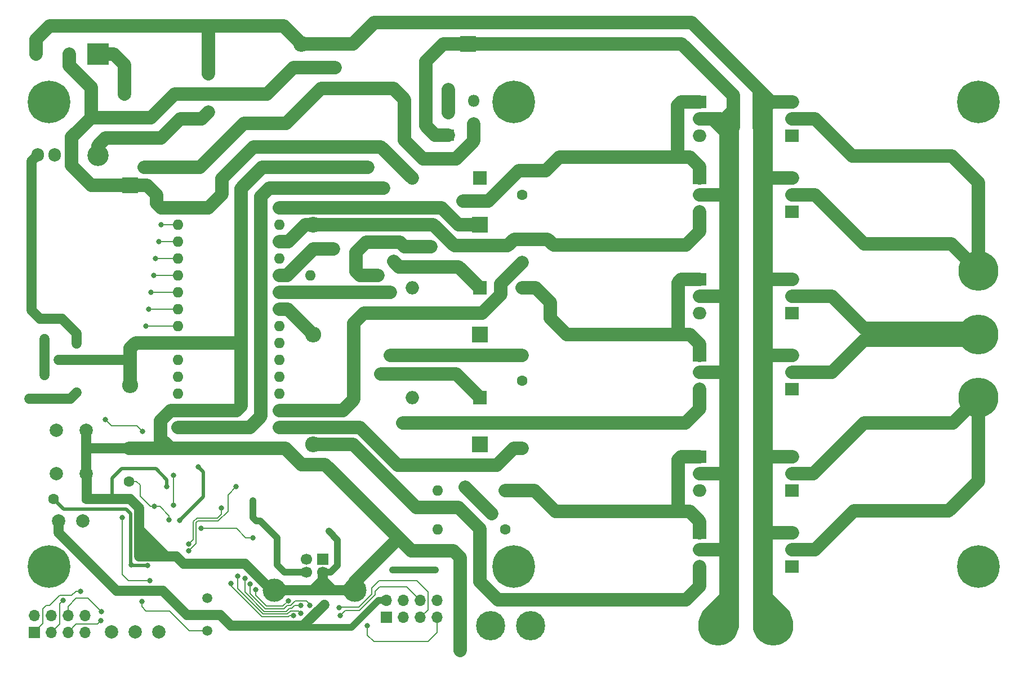
<source format=gbr>
%TF.GenerationSoftware,KiCad,Pcbnew,5.1.9+dfsg1-1+deb11u1*%
%TF.CreationDate,2023-02-15T16:28:34+00:00*%
%TF.ProjectId,bao-board,62616f2d-626f-4617-9264-2e6b69636164,rev?*%
%TF.SameCoordinates,Original*%
%TF.FileFunction,Copper,L2,Bot*%
%TF.FilePolarity,Positive*%
%FSLAX46Y46*%
G04 Gerber Fmt 4.6, Leading zero omitted, Abs format (unit mm)*
G04 Created by KiCad (PCBNEW 5.1.9+dfsg1-1+deb11u1) date 2023-02-15 16:28:34*
%MOMM*%
%LPD*%
G01*
G04 APERTURE LIST*
%TA.AperFunction,ComponentPad*%
%ADD10R,2.400000X2.400000*%
%TD*%
%TA.AperFunction,ComponentPad*%
%ADD11O,2.400000X2.400000*%
%TD*%
%TA.AperFunction,ComponentPad*%
%ADD12O,2.000000X1.905000*%
%TD*%
%TA.AperFunction,ComponentPad*%
%ADD13R,2.000000X1.905000*%
%TD*%
%TA.AperFunction,ComponentPad*%
%ADD14C,1.500000*%
%TD*%
%TA.AperFunction,ComponentPad*%
%ADD15C,2.000000*%
%TD*%
%TA.AperFunction,ComponentPad*%
%ADD16O,1.700000X1.700000*%
%TD*%
%TA.AperFunction,ComponentPad*%
%ADD17R,1.700000X1.700000*%
%TD*%
%TA.AperFunction,ComponentPad*%
%ADD18C,1.600000*%
%TD*%
%TA.AperFunction,ComponentPad*%
%ADD19C,0.800000*%
%TD*%
%TA.AperFunction,ComponentPad*%
%ADD20C,6.400000*%
%TD*%
%TA.AperFunction,ComponentPad*%
%ADD21C,3.500000*%
%TD*%
%TA.AperFunction,ComponentPad*%
%ADD22C,1.700000*%
%TD*%
%TA.AperFunction,ComponentPad*%
%ADD23C,6.000000*%
%TD*%
%TA.AperFunction,ComponentPad*%
%ADD24O,1.600000X1.600000*%
%TD*%
%TA.AperFunction,ComponentPad*%
%ADD25O,2.000000X2.000000*%
%TD*%
%TA.AperFunction,ComponentPad*%
%ADD26R,2.000000X2.000000*%
%TD*%
%TA.AperFunction,ComponentPad*%
%ADD27R,1.600000X1.600000*%
%TD*%
%TA.AperFunction,ComponentPad*%
%ADD28R,3.200000X3.200000*%
%TD*%
%TA.AperFunction,ComponentPad*%
%ADD29O,3.200000X3.200000*%
%TD*%
%TA.AperFunction,ComponentPad*%
%ADD30R,1.800000X1.800000*%
%TD*%
%TA.AperFunction,ComponentPad*%
%ADD31O,1.800000X1.800000*%
%TD*%
%TA.AperFunction,ComponentPad*%
%ADD32C,0.700000*%
%TD*%
%TA.AperFunction,ComponentPad*%
%ADD33C,4.400000*%
%TD*%
%TA.AperFunction,ComponentPad*%
%ADD34R,1.905000X2.000000*%
%TD*%
%TA.AperFunction,ComponentPad*%
%ADD35O,1.905000X2.000000*%
%TD*%
%TA.AperFunction,ViaPad*%
%ADD36C,0.800000*%
%TD*%
%TA.AperFunction,Conductor*%
%ADD37C,2.000000*%
%TD*%
%TA.AperFunction,Conductor*%
%ADD38C,3.000000*%
%TD*%
%TA.AperFunction,Conductor*%
%ADD39C,1.000000*%
%TD*%
%TA.AperFunction,Conductor*%
%ADD40C,1.500000*%
%TD*%
%TA.AperFunction,Conductor*%
%ADD41C,0.500000*%
%TD*%
%TA.AperFunction,Conductor*%
%ADD42C,0.200000*%
%TD*%
G04 APERTURE END LIST*
D10*
%TO.P,C3,1*%
%TO.N,Net-(C3-Pad1)*%
X139065000Y-109855000D03*
D11*
%TO.P,C3,2*%
%TO.N,/W*%
X114065000Y-109855000D03*
%TD*%
D10*
%TO.P,C2,1*%
%TO.N,Net-(C2-Pad1)*%
X139065000Y-93345000D03*
D11*
%TO.P,C2,2*%
%TO.N,/V*%
X114065000Y-93345000D03*
%TD*%
D10*
%TO.P,C1,1*%
%TO.N,Net-(C1-Pad1)*%
X139065000Y-76835000D03*
D11*
%TO.P,C1,2*%
%TO.N,/U*%
X114065000Y-76835000D03*
%TD*%
%TO.P,C10,2*%
%TO.N,GNDPWR*%
X86550000Y-100950000D03*
D10*
%TO.P,C10,1*%
%TO.N,/12v*%
X86550000Y-70950000D03*
%TD*%
D12*
%TO.P,Q12,3*%
%TO.N,GNDPWR*%
X186029600Y-111760000D03*
%TO.P,Q12,2*%
%TO.N,/W*%
X186029600Y-114300000D03*
D13*
%TO.P,Q12,1*%
%TO.N,Net-(Q11-Pad1)*%
X186029600Y-116840000D03*
%TD*%
D12*
%TO.P,Q11,3*%
%TO.N,GNDPWR*%
X186029600Y-123164600D03*
%TO.P,Q11,2*%
%TO.N,/W*%
X186029600Y-125704600D03*
D13*
%TO.P,Q11,1*%
%TO.N,Net-(Q11-Pad1)*%
X186029600Y-128244600D03*
%TD*%
D12*
%TO.P,Q10,3*%
%TO.N,/W*%
X172110400Y-116840000D03*
%TO.P,Q10,2*%
%TO.N,VCC*%
X172110400Y-114300000D03*
D13*
%TO.P,Q10,1*%
%TO.N,Net-(Q10-Pad1)*%
X172110400Y-111760000D03*
%TD*%
D12*
%TO.P,Q9,3*%
%TO.N,/W*%
X172108000Y-128270000D03*
%TO.P,Q9,2*%
%TO.N,VCC*%
X172108000Y-125730000D03*
D13*
%TO.P,Q9,1*%
%TO.N,Net-(Q10-Pad1)*%
X172108000Y-123190000D03*
%TD*%
D12*
%TO.P,Q8,3*%
%TO.N,GNDPWR*%
X186029600Y-85090000D03*
%TO.P,Q8,2*%
%TO.N,/V*%
X186029600Y-87630000D03*
D13*
%TO.P,Q8,1*%
%TO.N,Net-(Q7-Pad1)*%
X186029600Y-90170000D03*
%TD*%
D12*
%TO.P,Q7,3*%
%TO.N,GNDPWR*%
X186029600Y-96520000D03*
%TO.P,Q7,2*%
%TO.N,/V*%
X186029600Y-99060000D03*
D13*
%TO.P,Q7,1*%
%TO.N,Net-(Q7-Pad1)*%
X186029600Y-101600000D03*
%TD*%
D12*
%TO.P,Q6,3*%
%TO.N,/V*%
X172133400Y-90170000D03*
%TO.P,Q6,2*%
%TO.N,VCC*%
X172133400Y-87630000D03*
D13*
%TO.P,Q6,1*%
%TO.N,Net-(Q5-Pad1)*%
X172133400Y-85090000D03*
%TD*%
D12*
%TO.P,Q5,3*%
%TO.N,/V*%
X172110400Y-101600000D03*
%TO.P,Q5,2*%
%TO.N,VCC*%
X172110400Y-99060000D03*
D13*
%TO.P,Q5,1*%
%TO.N,Net-(Q5-Pad1)*%
X172110400Y-96520000D03*
%TD*%
D12*
%TO.P,Q4,3*%
%TO.N,GNDPWR*%
X186029600Y-58420000D03*
%TO.P,Q4,2*%
%TO.N,/U*%
X186029600Y-60960000D03*
D13*
%TO.P,Q4,1*%
%TO.N,Net-(Q3-Pad1)*%
X186029600Y-63500000D03*
%TD*%
D12*
%TO.P,Q3,3*%
%TO.N,GNDPWR*%
X186029600Y-69850000D03*
%TO.P,Q3,2*%
%TO.N,/U*%
X186029600Y-72390000D03*
D13*
%TO.P,Q3,1*%
%TO.N,Net-(Q3-Pad1)*%
X186029600Y-74930000D03*
%TD*%
D12*
%TO.P,Q2,3*%
%TO.N,/U*%
X172110400Y-63500000D03*
%TO.P,Q2,2*%
%TO.N,VCC*%
X172110400Y-60960000D03*
D13*
%TO.P,Q2,1*%
%TO.N,Net-(Q1-Pad1)*%
X172110400Y-58420000D03*
%TD*%
D12*
%TO.P,Q1,3*%
%TO.N,/U*%
X172110400Y-74930000D03*
%TO.P,Q1,2*%
%TO.N,VCC*%
X172110400Y-72390000D03*
D13*
%TO.P,Q1,1*%
%TO.N,Net-(Q1-Pad1)*%
X172110400Y-69850000D03*
%TD*%
D14*
%TO.P,Y1,2*%
%TO.N,Net-(C8-Pad1)*%
X98100000Y-137880000D03*
%TO.P,Y1,1*%
%TO.N,Net-(C7-Pad1)*%
X98100000Y-133000000D03*
%TD*%
D15*
%TO.P,SW1,1*%
%TO.N,Net-(R13-Pad1)*%
X75438000Y-107800000D03*
%TO.P,SW1,2*%
%TO.N,GNDPWR*%
X79938000Y-107800000D03*
%TO.P,SW1,1*%
%TO.N,Net-(R13-Pad1)*%
X75438000Y-114300000D03*
%TO.P,SW1,2*%
%TO.N,GNDPWR*%
X79938000Y-114300000D03*
%TD*%
%TO.P,H10,1*%
%TO.N,GNDPWR*%
X79400000Y-121400000D03*
%TD*%
%TO.P,H9,1*%
%TO.N,+5V*%
X75800000Y-121400000D03*
%TD*%
D16*
%TO.P,J3,8*%
%TO.N,Net-(J3-Pad8)*%
X132670000Y-133360000D03*
%TO.P,J3,7*%
%TO.N,Net-(J3-Pad7)*%
X132670000Y-135900000D03*
%TO.P,J3,6*%
%TO.N,Net-(J3-Pad6)*%
X130130000Y-133360000D03*
%TO.P,J3,5*%
%TO.N,Net-(J3-Pad5)*%
X130130000Y-135900000D03*
%TO.P,J3,4*%
%TO.N,Net-(J3-Pad4)*%
X127590000Y-133360000D03*
%TO.P,J3,3*%
%TO.N,Net-(J3-Pad3)*%
X127590000Y-135900000D03*
%TO.P,J3,2*%
%TO.N,+5V*%
X125050000Y-133360000D03*
D17*
%TO.P,J3,1*%
%TO.N,GNDPWR*%
X125050000Y-135900000D03*
%TD*%
D16*
%TO.P,J2,8*%
%TO.N,Net-(J2-Pad8)*%
X79720000Y-135600000D03*
%TO.P,J2,7*%
%TO.N,Net-(J2-Pad7)*%
X79720000Y-138140000D03*
%TO.P,J2,6*%
%TO.N,Net-(J2-Pad6)*%
X77180000Y-135600000D03*
%TO.P,J2,5*%
%TO.N,Net-(J2-Pad5)*%
X77180000Y-138140000D03*
%TO.P,J2,4*%
%TO.N,Net-(J2-Pad4)*%
X74640000Y-135600000D03*
%TO.P,J2,3*%
%TO.N,Net-(J2-Pad3)*%
X74640000Y-138140000D03*
%TO.P,J2,2*%
%TO.N,Net-(J2-Pad2)*%
X72100000Y-135600000D03*
D17*
%TO.P,J2,1*%
%TO.N,Net-(J2-Pad1)*%
X72100000Y-138140000D03*
%TD*%
D18*
%TO.P,C6,2*%
%TO.N,/1.1v*%
X86360000Y-115490000D03*
%TO.P,C6,1*%
%TO.N,GNDPWR*%
X86360000Y-110490000D03*
%TD*%
D19*
%TO.P,REF\u002A\u002A,1*%
%TO.N,N/C*%
X75992056Y-56722944D03*
X74295000Y-56020000D03*
X72597944Y-56722944D03*
X71895000Y-58420000D03*
X72597944Y-60117056D03*
X74295000Y-60820000D03*
X75992056Y-60117056D03*
X76695000Y-58420000D03*
D20*
X74295000Y-58420000D03*
%TD*%
D19*
%TO.P,REF\u002A\u002A,1*%
%TO.N,N/C*%
X75992056Y-126572944D03*
X74295000Y-125870000D03*
X72597944Y-126572944D03*
X71895000Y-128270000D03*
X72597944Y-129967056D03*
X74295000Y-130670000D03*
X75992056Y-129967056D03*
X76695000Y-128270000D03*
D20*
X74295000Y-128270000D03*
%TD*%
D21*
%TO.P,J1,5*%
%TO.N,GNDPWR*%
X108225000Y-131829000D03*
X120265000Y-131829000D03*
D22*
%TO.P,J1,4*%
X115495000Y-129119000D03*
%TO.P,J1,3*%
%TO.N,Net-(J1-Pad3)*%
X112995000Y-129119000D03*
%TO.P,J1,2*%
%TO.N,Net-(J1-Pad2)*%
X112995000Y-127119000D03*
D17*
%TO.P,J1,1*%
%TO.N,+5V*%
X115495000Y-127119000D03*
%TD*%
D15*
%TO.P,H8,1*%
%TO.N,/W_HALL_SENSE_LOGIC*%
X90800000Y-138100000D03*
%TD*%
%TO.P,H7,1*%
%TO.N,/V_HALL_SENSE_LOGIC*%
X87300000Y-138100000D03*
%TD*%
%TO.P,H6,1*%
%TO.N,/U_HALL_SENSE_LOGIC*%
X83685000Y-138049000D03*
%TD*%
D18*
%TO.P,C5,2*%
%TO.N,GNDPWR*%
X72400000Y-51200000D03*
%TO.P,C5,1*%
%TO.N,/12v*%
X77400000Y-51200000D03*
%TD*%
%TO.P,C4,2*%
%TO.N,/3.3v*%
X75010000Y-118110000D03*
%TO.P,C4,1*%
%TO.N,GNDPWR*%
X80010000Y-118110000D03*
%TD*%
D19*
%TO.P,REF\u002A\u002A,1*%
%TO.N,N/C*%
X215692056Y-56722944D03*
X213995000Y-56020000D03*
X212297944Y-56722944D03*
X211595000Y-58420000D03*
X212297944Y-60117056D03*
X213995000Y-60820000D03*
X215692056Y-60117056D03*
X216395000Y-58420000D03*
D20*
X213995000Y-58420000D03*
%TD*%
D19*
%TO.P,REF\u002A\u002A,1*%
%TO.N,N/C*%
X215692056Y-126572944D03*
X213995000Y-125870000D03*
X212297944Y-126572944D03*
X211595000Y-128270000D03*
X212297944Y-129967056D03*
X213995000Y-130670000D03*
X215692056Y-129967056D03*
X216395000Y-128270000D03*
D20*
X213995000Y-128270000D03*
%TD*%
D19*
%TO.P,H3,1*%
%TO.N,/W*%
X215585990Y-101279010D03*
X213995000Y-100620000D03*
X212404010Y-101279010D03*
X211745000Y-102870000D03*
X212404010Y-104460990D03*
X213995000Y-105120000D03*
X215585990Y-104460990D03*
X216245000Y-102870000D03*
D23*
X213995000Y-102870000D03*
%TD*%
D19*
%TO.P,H2,1*%
%TO.N,/V*%
X215585990Y-91754010D03*
X213995000Y-91095000D03*
X212404010Y-91754010D03*
X211745000Y-93345000D03*
X212404010Y-94935990D03*
X213995000Y-95595000D03*
X215585990Y-94935990D03*
X216245000Y-93345000D03*
D23*
X213995000Y-93345000D03*
%TD*%
D19*
%TO.P,H1,1*%
%TO.N,/U*%
X215585990Y-82229010D03*
X213995000Y-81570000D03*
X212404010Y-82229010D03*
X211745000Y-83820000D03*
X212404010Y-85410990D03*
X213995000Y-86070000D03*
X215585990Y-85410990D03*
X216245000Y-83820000D03*
D23*
X213995000Y-83820000D03*
%TD*%
D20*
%TO.P,REF\u002A\u002A,1*%
%TO.N,N/C*%
X144145000Y-128270000D03*
D19*
X146545000Y-128270000D03*
X145842056Y-129967056D03*
X144145000Y-130670000D03*
X142447944Y-129967056D03*
X141745000Y-128270000D03*
X142447944Y-126572944D03*
X144145000Y-125870000D03*
X145842056Y-126572944D03*
%TD*%
D20*
%TO.P,REF\u002A\u002A,1*%
%TO.N,N/C*%
X144145000Y-58420000D03*
D19*
X146545000Y-58420000D03*
X145842056Y-60117056D03*
X144145000Y-60820000D03*
X142447944Y-60117056D03*
X141745000Y-58420000D03*
X142447944Y-56722944D03*
X144145000Y-56020000D03*
X145842056Y-56722944D03*
%TD*%
%TO.P,H5,1*%
%TO.N,GNDPWR*%
X184791980Y-135569010D03*
X183200990Y-134910000D03*
X181610000Y-135569010D03*
X180950990Y-137160000D03*
X181610000Y-138750990D03*
X183200990Y-139410000D03*
X184791980Y-138750990D03*
X185450990Y-137160000D03*
D23*
X183200990Y-137160000D03*
%TD*%
D19*
%TO.P,H4,1*%
%TO.N,VCC*%
X176530000Y-135569010D03*
X174939010Y-134910000D03*
X173348020Y-135569010D03*
X172689010Y-137160000D03*
X173348020Y-138750990D03*
X174939010Y-139410000D03*
X176530000Y-138750990D03*
X177189010Y-137160000D03*
D23*
X174939010Y-137160000D03*
%TD*%
D24*
%TO.P,R6,2*%
%TO.N,Net-(R6-Pad2)*%
X132715000Y-116840000D03*
D18*
%TO.P,R6,1*%
%TO.N,Net-(Q10-Pad1)*%
X142875000Y-116840000D03*
%TD*%
D24*
%TO.P,R5,2*%
%TO.N,Net-(R5-Pad2)*%
X145415000Y-96520000D03*
D18*
%TO.P,R5,1*%
%TO.N,Net-(Q5-Pad1)*%
X145415000Y-86360000D03*
%TD*%
D24*
%TO.P,R4,2*%
%TO.N,Net-(R4-Pad2)*%
X113640000Y-84500000D03*
D18*
%TO.P,R4,1*%
%TO.N,Net-(Q1-Pad1)*%
X123800000Y-84500000D03*
%TD*%
D24*
%TO.P,R3,2*%
%TO.N,Net-(R3-Pad2)*%
X132715000Y-122682000D03*
D18*
%TO.P,R3,1*%
%TO.N,Net-(Q11-Pad1)*%
X142875000Y-122682000D03*
%TD*%
D24*
%TO.P,R2,2*%
%TO.N,Net-(R2-Pad2)*%
X145415000Y-110490000D03*
D18*
%TO.P,R2,1*%
%TO.N,Net-(Q7-Pad1)*%
X145415000Y-100330000D03*
%TD*%
D24*
%TO.P,R1,2*%
%TO.N,Net-(R1-Pad2)*%
X145415000Y-82550000D03*
D18*
%TO.P,R1,1*%
%TO.N,Net-(Q3-Pad1)*%
X145415000Y-72390000D03*
%TD*%
D25*
%TO.P,D3,2*%
%TO.N,/12v*%
X128905000Y-102870000D03*
D26*
%TO.P,D3,1*%
%TO.N,Net-(C3-Pad1)*%
X139065000Y-102870000D03*
%TD*%
D25*
%TO.P,D2,2*%
%TO.N,/12v*%
X128905000Y-86360000D03*
D26*
%TO.P,D2,1*%
%TO.N,Net-(C2-Pad1)*%
X139065000Y-86360000D03*
%TD*%
D25*
%TO.P,D1,2*%
%TO.N,/12v*%
X128905000Y-69850000D03*
D26*
%TO.P,D1,1*%
%TO.N,Net-(C1-Pad1)*%
X139065000Y-69850000D03*
%TD*%
D27*
%TO.P,U1,1*%
%TO.N,/12v*%
X93726000Y-74295000D03*
D24*
%TO.P,U1,15*%
%TO.N,Net-(R2-Pad2)*%
X108966000Y-107315000D03*
%TO.P,U1,2*%
%TO.N,/U_PULL_HIGH_LOGIC*%
X93726000Y-76835000D03*
%TO.P,U1,16*%
%TO.N,Net-(R1-Pad2)*%
X108966000Y-104775000D03*
%TO.P,U1,3*%
%TO.N,/V_PULL_HIGH_LOGIC*%
X93726000Y-79375000D03*
%TO.P,U1,17*%
%TO.N,N/C*%
X108966000Y-102235000D03*
%TO.P,U1,4*%
%TO.N,/W_PULL_HIGH_LOGIC*%
X93726000Y-81915000D03*
%TO.P,U1,18*%
%TO.N,/W*%
X108966000Y-99695000D03*
%TO.P,U1,5*%
%TO.N,/U_PULL_LOW_LOGIC*%
X93726000Y-84455000D03*
%TO.P,U1,19*%
%TO.N,Net-(R6-Pad2)*%
X108966000Y-97155000D03*
%TO.P,U1,6*%
%TO.N,/V_PULL_LOW_LOGIC*%
X93726000Y-86995000D03*
%TO.P,U1,20*%
%TO.N,Net-(C3-Pad1)*%
X108966000Y-94615000D03*
%TO.P,U1,7*%
%TO.N,/W_PULL_LOW_LOGIC*%
X93726000Y-89535000D03*
%TO.P,U1,21*%
%TO.N,N/C*%
X108966000Y-92075000D03*
%TO.P,U1,8*%
%TO.N,/FAULT_LOGIC*%
X93726000Y-92075000D03*
%TO.P,U1,22*%
%TO.N,/V*%
X108966000Y-89535000D03*
%TO.P,U1,9*%
%TO.N,GNDPWR*%
X93726000Y-94615000D03*
%TO.P,U1,23*%
%TO.N,Net-(R5-Pad2)*%
X108966000Y-86995000D03*
%TO.P,U1,10*%
%TO.N,Net-(U1-Pad10)*%
X93726000Y-97155000D03*
%TO.P,U1,24*%
%TO.N,Net-(C2-Pad1)*%
X108966000Y-84455000D03*
%TO.P,U1,11*%
%TO.N,Net-(U1-Pad11)*%
X93726000Y-99695000D03*
%TO.P,U1,25*%
%TO.N,N/C*%
X108966000Y-81915000D03*
%TO.P,U1,12*%
%TO.N,GNDPWR*%
X93726000Y-102235000D03*
%TO.P,U1,26*%
%TO.N,/U*%
X108966000Y-79375000D03*
%TO.P,U1,13*%
%TO.N,GNDPWR*%
X93726000Y-104775000D03*
%TO.P,U1,27*%
%TO.N,Net-(R4-Pad2)*%
X108966000Y-76835000D03*
%TO.P,U1,14*%
%TO.N,Net-(R3-Pad2)*%
X93726000Y-107315000D03*
%TO.P,U1,28*%
%TO.N,Net-(C1-Pad1)*%
X108966000Y-74295000D03*
%TD*%
D10*
%TO.P,C9,1*%
%TO.N,VCC*%
X137277000Y-49657000D03*
D11*
%TO.P,C9,2*%
%TO.N,GNDPWR*%
X112277000Y-49657000D03*
%TD*%
D28*
%TO.P,D4,1*%
%TO.N,Net-(D4-Pad1)*%
X81661000Y-51181000D03*
D29*
%TO.P,D4,2*%
%TO.N,GNDPWR*%
X81661000Y-66421000D03*
%TD*%
D15*
%TO.P,L1,1*%
%TO.N,Net-(D4-Pad1)*%
X85700000Y-57200000D03*
%TO.P,L1,2*%
%TO.N,/12v*%
X93200000Y-57200000D03*
%TD*%
D30*
%TO.P,U4,1*%
%TO.N,VCC*%
X134366000Y-63373000D03*
D31*
%TO.P,U4,2*%
%TO.N,Net-(D4-Pad1)*%
X138166000Y-61673000D03*
%TO.P,U4,3*%
%TO.N,GNDPWR*%
X134366000Y-59973000D03*
%TO.P,U4,4*%
%TO.N,/12v*%
X138166000Y-58273000D03*
%TO.P,U4,5*%
%TO.N,GNDPWR*%
X134366000Y-56573000D03*
%TD*%
D32*
%TO.P,H11,1*%
%TO.N,GNDPWR*%
X141882726Y-135955274D03*
X140716000Y-135472000D03*
X139549274Y-135955274D03*
X139066000Y-137122000D03*
X139549274Y-138288726D03*
X140716000Y-138772000D03*
X141882726Y-138288726D03*
X142366000Y-137122000D03*
D33*
X140716000Y-137122000D03*
%TD*%
D32*
%TO.P,H13,1*%
%TO.N,/12v*%
X147866726Y-135955274D03*
X146700000Y-135472000D03*
X145533274Y-135955274D03*
X145050000Y-137122000D03*
X145533274Y-138288726D03*
X146700000Y-138772000D03*
X147866726Y-138288726D03*
X148350000Y-137122000D03*
D33*
X146700000Y-137122000D03*
%TD*%
D34*
%TO.P,U6,1*%
%TO.N,/12v*%
X77730000Y-66350000D03*
D35*
%TO.P,U6,2*%
%TO.N,GNDPWR*%
X75190000Y-66350000D03*
%TO.P,U6,3*%
%TO.N,+5V*%
X72650000Y-66350000D03*
%TD*%
D36*
%TO.N,Net-(Q1-Pad1)*%
X131699000Y-80137000D03*
X136525000Y-73279000D03*
%TO.N,GNDPWR*%
X87884000Y-124714000D03*
X87884000Y-126746000D03*
X89916000Y-126746000D03*
X89916000Y-124714000D03*
X75745000Y-97155000D03*
X136144000Y-140843000D03*
X112268000Y-112903000D03*
X115824000Y-112903000D03*
X126809500Y-123888500D03*
X128778000Y-125857000D03*
X135128000Y-125857000D03*
X136144000Y-126873000D03*
X132080000Y-125857000D03*
X136144000Y-130175000D03*
X136144000Y-133731000D03*
X136144000Y-137033000D03*
X124714000Y-121793000D03*
X122682000Y-119761000D03*
X120459500Y-117538500D03*
X118046500Y-115125500D03*
X116395500Y-122936000D03*
X91059000Y-110490000D03*
X109855000Y-110490000D03*
X100647500Y-110490000D03*
X95631000Y-110490000D03*
X105283000Y-110490000D03*
X103187500Y-94551500D03*
X91059000Y-106299000D03*
X97282000Y-104775000D03*
X101536500Y-104775000D03*
X103187500Y-102616000D03*
X103187500Y-98869500D03*
X103187500Y-89979500D03*
X103187500Y-85344000D03*
X103187500Y-80835500D03*
X103187500Y-76390500D03*
X103187500Y-71882000D03*
X106362500Y-68262500D03*
X110490000Y-68262500D03*
X115062000Y-68262500D03*
X119316500Y-68262500D03*
X122237500Y-68262500D03*
X92050000Y-116250000D03*
X98250000Y-54150000D03*
X98250000Y-59950000D03*
%TO.N,Net-(J1-Pad3)*%
X104965500Y-118364000D03*
%TO.N,Net-(C2-Pad1)*%
X117100000Y-80500000D03*
X126100000Y-82400000D03*
%TO.N,Net-(C3-Pad1)*%
X124206000Y-99314000D03*
%TO.N,Net-(R3-Pad2)*%
X124587000Y-71374000D03*
%TO.N,Net-(R5-Pad2)*%
X125603000Y-86995000D03*
X125603000Y-96520000D03*
%TO.N,/V*%
X127508000Y-106680000D03*
%TO.N,/3.3v*%
X89100000Y-128100000D03*
X86675000Y-128025000D03*
X93950000Y-121300000D03*
X73660000Y-99441000D03*
X73660000Y-94005000D03*
X96750000Y-113250000D03*
%TO.N,/12v*%
X136906000Y-116332000D03*
X140843000Y-120269000D03*
X117348000Y-53213000D03*
%TO.N,Net-(U2-Pad51)*%
X93000000Y-114500000D03*
X93000000Y-119000000D03*
%TO.N,/1.1v*%
X92400000Y-121200000D03*
X90200000Y-119200000D03*
X85300000Y-120900000D03*
X89500000Y-130375000D03*
%TO.N,Net-(D5-Pad2)*%
X95300001Y-125900001D03*
X102425500Y-116268500D03*
%TO.N,Net-(D6-Pad2)*%
X100232000Y-119416000D03*
X95300000Y-124900000D03*
%TO.N,Net-(J2-Pad6)*%
X82200000Y-135000000D03*
%TO.N,Net-(J2-Pad5)*%
X82100000Y-136400000D03*
%TO.N,Net-(J2-Pad3)*%
X76450000Y-133300000D03*
%TO.N,Net-(J2-Pad1)*%
X79100000Y-131950000D03*
%TO.N,Net-(J3-Pad8)*%
X101700000Y-130800000D03*
X111050000Y-135650000D03*
%TO.N,Net-(J3-Pad7)*%
X122200000Y-137100000D03*
X102650000Y-129700000D03*
X112200000Y-135300000D03*
%TO.N,Net-(J3-Pad6)*%
X103750000Y-130050000D03*
X118100000Y-135600000D03*
X112200000Y-134100000D03*
%TO.N,Net-(J3-Pad5)*%
X117900000Y-134450000D03*
X104550000Y-130900000D03*
X113550000Y-134100000D03*
%TO.N,Net-(J3-Pad3)*%
X105400000Y-131700000D03*
X110300000Y-133400000D03*
%TO.N,Net-(C8-Pad1)*%
X88300000Y-133500000D03*
%TO.N,+5V*%
X115700000Y-134000000D03*
X71374000Y-103022400D03*
X78486000Y-102108000D03*
X126000000Y-128800000D03*
X78486000Y-94742000D03*
%TO.N,Net-(R13-Pad2)*%
X88392000Y-107950000D03*
X82804000Y-106172000D03*
%TO.N,Net-(D4-Pad1)*%
X88650000Y-68200000D03*
%TO.N,/U_PULL_HIGH_LOGIC*%
X91186000Y-76835000D03*
%TO.N,/V_PULL_HIGH_LOGIC*%
X90805000Y-79375000D03*
%TO.N,/W_PULL_HIGH_LOGIC*%
X90360500Y-81915000D03*
%TO.N,/U_PULL_LOW_LOGIC*%
X90043000Y-84455000D03*
%TO.N,/V_PULL_LOW_LOGIC*%
X89662000Y-86995000D03*
%TO.N,/W_PULL_LOW_LOGIC*%
X89281000Y-89535000D03*
%TO.N,/FAULT_LOGIC*%
X88900000Y-92075000D03*
%TO.N,Net-(J3-Pad4)*%
X97200000Y-122500000D03*
X105000000Y-123900000D03*
%TD*%
D37*
%TO.N,Net-(Q1-Pad1)*%
X168833800Y-66675000D02*
X168833800Y-58877200D01*
X172082600Y-68120400D02*
X172082600Y-69850000D01*
X168833800Y-58877200D02*
X169291000Y-58420000D01*
X170637200Y-66675000D02*
X172082600Y-68120400D01*
X168833800Y-66675000D02*
X170637200Y-66675000D01*
X169291000Y-58420000D02*
X172108000Y-58420000D01*
X140335000Y-73279000D02*
X144907000Y-68707000D01*
X144907000Y-68707000D02*
X148971000Y-68707000D01*
X148971000Y-68707000D02*
X151003000Y-66675000D01*
X151003000Y-66675000D02*
X168833800Y-66675000D01*
X136525000Y-73279000D02*
X140335000Y-73279000D01*
X131699000Y-80137000D02*
X127737000Y-80137000D01*
X127737000Y-80137000D02*
X127100000Y-79500000D01*
X127100000Y-79500000D02*
X122000000Y-79500000D01*
X122000000Y-79500000D02*
X120500000Y-81000000D01*
X120500000Y-81000000D02*
X120500000Y-83900000D01*
X121100000Y-84500000D02*
X123800000Y-84500000D01*
X120500000Y-83900000D02*
X121100000Y-84500000D01*
%TO.N,VCC*%
X176245000Y-63165000D02*
X174145000Y-61065000D01*
X172085000Y-60960000D02*
X175260000Y-60960000D01*
X172085000Y-87630000D02*
X175895000Y-87630000D01*
D38*
X176530000Y-114300000D02*
X176530000Y-125730000D01*
D37*
X172085000Y-125730000D02*
X176530000Y-125730000D01*
D38*
X176530000Y-62865000D02*
X176530000Y-72390000D01*
X176530000Y-99060000D02*
X176530000Y-114300000D01*
X176530000Y-62738000D02*
X175260000Y-61468000D01*
D37*
X172085000Y-99060000D02*
X176530000Y-99060000D01*
X172085000Y-72390000D02*
X176530000Y-72390000D01*
X172085000Y-114300000D02*
X176530000Y-114300000D01*
D38*
X176530000Y-88265000D02*
X176530000Y-99060000D01*
X176530000Y-72390000D02*
X176530000Y-88265000D01*
D37*
X175895000Y-87630000D02*
X176530000Y-88265000D01*
D38*
X176530000Y-137160000D02*
X176530000Y-133985000D01*
D37*
X176530000Y-132387030D02*
X173348020Y-135569010D01*
X176530000Y-132080000D02*
X176530000Y-132387030D01*
D38*
X176530000Y-125730000D02*
X176530000Y-132080000D01*
X176530000Y-132080000D02*
X176530000Y-134620000D01*
D37*
X175260000Y-61468000D02*
X175387000Y-61468000D01*
X175387000Y-61468000D02*
X177165000Y-59690000D01*
X177165000Y-62230000D02*
X176530000Y-62865000D01*
X177165000Y-59690000D02*
X177165000Y-62230000D01*
X177165000Y-57785000D02*
X177165000Y-57785000D01*
X169418000Y-49657000D02*
X139827000Y-49657000D01*
X177165000Y-57404000D02*
X169418000Y-49657000D01*
X177165000Y-59690000D02*
X177165000Y-57404000D01*
X134366000Y-63373000D02*
X132334000Y-63373000D01*
X132334000Y-63373000D02*
X130937000Y-61976000D01*
X130937000Y-61976000D02*
X130937000Y-52324000D01*
X133604000Y-49657000D02*
X139827000Y-49657000D01*
X130937000Y-52324000D02*
X133604000Y-49657000D01*
%TO.N,GNDPWR*%
X181105000Y-62195000D02*
X181105000Y-60185000D01*
X182105000Y-61645000D02*
X182105000Y-59635000D01*
X181115000Y-60175000D02*
X182355000Y-58935000D01*
X186055000Y-123190000D02*
X181610000Y-123190000D01*
D38*
X181610000Y-114300000D02*
X181610000Y-123190000D01*
D37*
X182245000Y-111760000D02*
X181610000Y-111125000D01*
X186055000Y-111760000D02*
X182245000Y-111760000D01*
D38*
X181610000Y-111125000D02*
X181610000Y-114300000D01*
X181610000Y-99060000D02*
X181610000Y-111125000D01*
D37*
X186055000Y-96520000D02*
X182245000Y-96520000D01*
D38*
X181610000Y-96520000D02*
X181610000Y-99060000D01*
X181610000Y-87630000D02*
X181610000Y-96520000D01*
X181610000Y-84455000D02*
X181610000Y-87630000D01*
D37*
X182245000Y-85090000D02*
X181610000Y-84455000D01*
X186055000Y-85090000D02*
X182880000Y-85090000D01*
D38*
X181610000Y-72390000D02*
X181610000Y-84455000D01*
D37*
X186055000Y-69850000D02*
X182245000Y-69850000D01*
D38*
X181610000Y-69850000D02*
X181610000Y-72390000D01*
X181610000Y-69850000D02*
X181610000Y-65405000D01*
X181610000Y-65405000D02*
X181610000Y-60960000D01*
D37*
X182880000Y-58420000D02*
X181610000Y-59690000D01*
X186055000Y-58420000D02*
X182880000Y-58420000D01*
D38*
X181610000Y-123190000D02*
X181610000Y-132080000D01*
D37*
X181600000Y-59690000D02*
X181115000Y-60175000D01*
X181610000Y-59690000D02*
X181600000Y-59690000D01*
X181115000Y-56655000D02*
X182880000Y-58420000D01*
X181115000Y-56655000D02*
X181115000Y-60175000D01*
D38*
X181610000Y-132080000D02*
X181610000Y-137474010D01*
D37*
X181610000Y-132387030D02*
X184791980Y-135569010D01*
X181610000Y-132080000D02*
X181610000Y-132387030D01*
D39*
X89916000Y-126746000D02*
X87884000Y-124714000D01*
X87884000Y-126746000D02*
X89916000Y-124714000D01*
D40*
X115495000Y-130321081D02*
X115495000Y-129119000D01*
X113987081Y-131829000D02*
X115495000Y-130321081D01*
X108225000Y-131829000D02*
X113987081Y-131829000D01*
X113987081Y-131829000D02*
X120265000Y-131829000D01*
X117002919Y-131829000D02*
X115495000Y-130321081D01*
X120265000Y-131829000D02*
X117002919Y-131829000D01*
X87884000Y-124714000D02*
X87884000Y-126746000D01*
X87884000Y-126746000D02*
X89916000Y-126746000D01*
X89916000Y-126746000D02*
X89916000Y-124714000D01*
X89916000Y-124714000D02*
X87884000Y-124714000D01*
X87884000Y-122682000D02*
X87884000Y-122428000D01*
X89916000Y-124714000D02*
X87884000Y-122682000D01*
X80057000Y-118063000D02*
X80010000Y-118110000D01*
X87884000Y-123444000D02*
X87884000Y-124714000D01*
X87884000Y-122428000D02*
X87884000Y-123444000D01*
X90805000Y-126365000D02*
X87884000Y-123444000D01*
X107706000Y-131310000D02*
X108225000Y-131829000D01*
X93472000Y-126746000D02*
X93535500Y-126809500D01*
X91948000Y-126746000D02*
X89916000Y-124714000D01*
X92329000Y-126746000D02*
X91948000Y-126746000D01*
X89916000Y-126746000D02*
X92329000Y-126746000D01*
X92329000Y-126746000D02*
X93472000Y-126746000D01*
X87884000Y-121158000D02*
X87884000Y-122428000D01*
X81915000Y-118110000D02*
X80010000Y-118110000D01*
X87884000Y-119484000D02*
X86510000Y-118110000D01*
X87884000Y-121158000D02*
X87884000Y-119484000D01*
X107759000Y-131829000D02*
X108225000Y-131829000D01*
X103780000Y-127850000D02*
X107759000Y-131829000D01*
X94576000Y-127850000D02*
X103780000Y-127850000D01*
X93535500Y-126809500D02*
X94576000Y-127850000D01*
D39*
X116697081Y-129119000D02*
X117700000Y-128116081D01*
X117700000Y-128116081D02*
X117700000Y-125350000D01*
X115495000Y-129119000D02*
X116697081Y-129119000D01*
D40*
X86510000Y-118110000D02*
X83940000Y-118110000D01*
D37*
X120265000Y-131829000D02*
X120265000Y-130560000D01*
X120265000Y-130560000D02*
X126873000Y-123952000D01*
X126873000Y-123952000D02*
X115824000Y-112903000D01*
X115824000Y-112903000D02*
X112268000Y-112903000D01*
X126873000Y-123952000D02*
X128778000Y-125857000D01*
X128778000Y-125857000D02*
X135128000Y-125857000D01*
X135128000Y-125857000D02*
X136144000Y-126873000D01*
X136144000Y-126873000D02*
X136144000Y-134493000D01*
X136144000Y-134493000D02*
X136144000Y-140843000D01*
D39*
X117700000Y-124240500D02*
X116395500Y-122936000D01*
X117700000Y-125350000D02*
X117700000Y-124240500D01*
D40*
X83940000Y-118110000D02*
X83058000Y-118110000D01*
X83058000Y-118110000D02*
X81915000Y-118110000D01*
D37*
X86360000Y-110490000D02*
X91059000Y-110490000D01*
X109855000Y-110490000D02*
X112268000Y-112903000D01*
X100647500Y-110490000D02*
X105283000Y-110490000D01*
X95631000Y-110490000D02*
X100647500Y-110490000D01*
X105283000Y-110490000D02*
X109855000Y-110490000D01*
X103124000Y-94615000D02*
X103187500Y-94551500D01*
X93726000Y-94615000D02*
X103124000Y-94615000D01*
X103187500Y-94551500D02*
X103187500Y-71437500D01*
X103187500Y-71437500D02*
X106362500Y-68262500D01*
X106362500Y-68262500D02*
X122237500Y-68262500D01*
X103187500Y-94551500D02*
X103187500Y-104140000D01*
X102552500Y-104775000D02*
X93726000Y-104775000D01*
X103187500Y-104140000D02*
X102552500Y-104775000D01*
X93726000Y-104775000D02*
X92583000Y-104775000D01*
X92583000Y-104775000D02*
X91059000Y-106299000D01*
X91059000Y-106299000D02*
X91059000Y-107759283D01*
X91059000Y-107759283D02*
X91059000Y-109347000D01*
X91059000Y-106299000D02*
X91059000Y-106299000D01*
D40*
X80010000Y-114372000D02*
X79938000Y-114300000D01*
X80010000Y-118110000D02*
X80010000Y-114372000D01*
X86360000Y-110490000D02*
X80010000Y-110490000D01*
X80010000Y-110490000D02*
X79938000Y-110418000D01*
X79938000Y-110418000D02*
X79938000Y-114300000D01*
X79938000Y-107800000D02*
X79938000Y-110418000D01*
D37*
X134366000Y-59973000D02*
X134366000Y-56573000D01*
X122237500Y-68262500D02*
X122237500Y-68262500D01*
X114700000Y-49657000D02*
X112277000Y-49657000D01*
X120015000Y-49657000D02*
X114700000Y-49657000D01*
X123190000Y-46482000D02*
X120015000Y-49657000D01*
X170942000Y-46482000D02*
X123190000Y-46482000D01*
X181115000Y-56655000D02*
X170942000Y-46482000D01*
D40*
X92600000Y-110150000D02*
X91457000Y-109007000D01*
D37*
X91059000Y-110490000D02*
X93190000Y-110490000D01*
D40*
X93190000Y-110490000D02*
X92202000Y-110490000D01*
D37*
X93190000Y-110490000D02*
X95631000Y-110490000D01*
D41*
X83850000Y-118020000D02*
X83940000Y-118110000D01*
X85250000Y-113550000D02*
X83850000Y-114950000D01*
X83850000Y-114950000D02*
X83850000Y-118020000D01*
X90400000Y-113550000D02*
X85250000Y-113550000D01*
X92050000Y-115200000D02*
X90400000Y-113550000D01*
X92050000Y-116250000D02*
X92050000Y-115200000D01*
D37*
X72400000Y-51200000D02*
X72400000Y-49000000D01*
X72400000Y-49000000D02*
X74400000Y-47000000D01*
X109620000Y-47000000D02*
X112277000Y-49657000D01*
X98250000Y-47250000D02*
X98500000Y-47000000D01*
X98250000Y-54150000D02*
X98250000Y-47250000D01*
X98500000Y-47000000D02*
X109620000Y-47000000D01*
X74400000Y-47000000D02*
X98500000Y-47000000D01*
X81661000Y-66421000D02*
X81661000Y-64989000D01*
X81661000Y-64989000D02*
X82800000Y-63850000D01*
X82800000Y-63850000D02*
X91150000Y-63850000D01*
X91150000Y-63850000D02*
X94050000Y-60950000D01*
X97250000Y-60950000D02*
X98250000Y-59950000D01*
X94050000Y-60950000D02*
X97250000Y-60950000D01*
X87357967Y-94615000D02*
X93726000Y-94615000D01*
D40*
X75745000Y-97155000D02*
X82355000Y-97155000D01*
X82355000Y-97155000D02*
X83455723Y-97155000D01*
X82355000Y-97155000D02*
X82550462Y-97155000D01*
D37*
X87357967Y-94615000D02*
X86550000Y-95422967D01*
D40*
X86405000Y-97155000D02*
X86550000Y-97300000D01*
X82355000Y-97155000D02*
X86405000Y-97155000D01*
D37*
X86550000Y-97300000D02*
X86550000Y-95422967D01*
X86550000Y-100950000D02*
X86550000Y-97300000D01*
%TO.N,Net-(Q5-Pad1)*%
X172108000Y-94790400D02*
X172108000Y-96520000D01*
X170662600Y-93345000D02*
X172108000Y-94790400D01*
X149682200Y-90906600D02*
X152120600Y-93345000D01*
X149682200Y-88544400D02*
X149682200Y-90906600D01*
X147497800Y-86360000D02*
X149682200Y-88544400D01*
X145415000Y-86360000D02*
X147497800Y-86360000D01*
X168859200Y-93345000D02*
X168859200Y-85547200D01*
X152120600Y-93345000D02*
X168859200Y-93345000D01*
X168859200Y-93345000D02*
X170662600Y-93345000D01*
X169316400Y-85090000D02*
X172133400Y-85090000D01*
X168859200Y-85547200D02*
X169316400Y-85090000D01*
%TO.N,Net-(Q10-Pad1)*%
X168859200Y-119989600D02*
X168859200Y-112191800D01*
X172108000Y-121435000D02*
X172108000Y-123164600D01*
X168859200Y-112191800D02*
X169316400Y-111734600D01*
X170662600Y-119989600D02*
X172108000Y-121435000D01*
X168859200Y-119989600D02*
X170662600Y-119989600D01*
X169316400Y-111734600D02*
X172133400Y-111734600D01*
X145491200Y-116840000D02*
X142875000Y-116840000D01*
X168859200Y-119989600D02*
X150469600Y-119989600D01*
X147320000Y-116840000D02*
X145491200Y-116840000D01*
X150469600Y-119989600D02*
X147320000Y-116840000D01*
D39*
%TO.N,Net-(J1-Pad3)*%
X108600000Y-125300000D02*
X108600000Y-128000000D01*
X109719000Y-129119000D02*
X112995000Y-129119000D01*
X108600000Y-128000000D02*
X109719000Y-129119000D01*
X108600000Y-125300000D02*
X108600000Y-124221000D01*
X108600000Y-124221000D02*
X108600000Y-123903500D01*
X108600000Y-123903500D02*
X106108500Y-121412000D01*
X106108500Y-121412000D02*
X105473500Y-121412000D01*
X104965500Y-120904000D02*
X104965500Y-118364000D01*
X105473500Y-121412000D02*
X104965500Y-120904000D01*
D37*
%TO.N,Net-(C1-Pad1)*%
X135890000Y-76835000D02*
X139065000Y-76835000D01*
X133350000Y-74295000D02*
X135890000Y-76835000D01*
X108966000Y-74295000D02*
X133350000Y-74295000D01*
%TO.N,Net-(C2-Pad1)*%
X139065000Y-86360000D02*
X135890000Y-83185000D01*
X110097370Y-84455000D02*
X114052370Y-80500000D01*
X108966000Y-84455000D02*
X110097370Y-84455000D01*
X114052370Y-80500000D02*
X117100000Y-80500000D01*
X126885000Y-83185000D02*
X135890000Y-83185000D01*
X126100000Y-82400000D02*
X126885000Y-83185000D01*
%TO.N,Net-(C3-Pad1)*%
X136017000Y-99822000D02*
X139065000Y-102870000D01*
X135509000Y-99314000D02*
X136017000Y-99822000D01*
X124206000Y-99314000D02*
X135509000Y-99314000D01*
%TO.N,Net-(R1-Pad2)*%
X118491000Y-104775000D02*
X108966000Y-104775000D01*
X120142000Y-103124000D02*
X118491000Y-104775000D01*
X121666000Y-90170000D02*
X120142000Y-91694000D01*
X139415002Y-90170000D02*
X121666000Y-90170000D01*
X120142000Y-91694000D02*
X120142000Y-103124000D01*
X142240000Y-87345002D02*
X139415002Y-90170000D01*
X142240000Y-85725000D02*
X142240000Y-87345002D01*
X145415000Y-82550000D02*
X142240000Y-85725000D01*
%TO.N,Net-(R2-Pad2)*%
X110236000Y-107315000D02*
X108966000Y-107315000D01*
X126746000Y-113030000D02*
X121031000Y-107315000D01*
X121031000Y-107315000D02*
X110236000Y-107315000D01*
X141605000Y-113030000D02*
X126746000Y-113030000D01*
X144145000Y-110490000D02*
X141605000Y-113030000D01*
X145415000Y-110490000D02*
X144145000Y-110490000D01*
%TO.N,Net-(R3-Pad2)*%
X104521000Y-107315000D02*
X93726000Y-107315000D01*
X106172000Y-105664000D02*
X104521000Y-107315000D01*
X106172000Y-72644000D02*
X106172000Y-105664000D01*
X124587000Y-71374000D02*
X107442000Y-71374000D01*
X107442000Y-71374000D02*
X106172000Y-72644000D01*
%TO.N,Net-(R5-Pad2)*%
X145415000Y-96520000D02*
X132080000Y-96520000D01*
X132080000Y-96520000D02*
X125603000Y-96520000D01*
X119380000Y-86995000D02*
X108966000Y-86995000D01*
X125603000Y-86995000D02*
X119380000Y-86995000D01*
%TO.N,/U*%
X186029600Y-72390000D02*
X189484000Y-72390000D01*
X189484000Y-72390000D02*
X196850000Y-79756000D01*
X209931000Y-79756000D02*
X213995000Y-83820000D01*
X196850000Y-79756000D02*
X209931000Y-79756000D01*
X186029600Y-60960000D02*
X189484000Y-60960000D01*
X195072000Y-66548000D02*
X210058000Y-66548000D01*
X189484000Y-60960000D02*
X195072000Y-66548000D01*
X213995000Y-70485000D02*
X213995000Y-83820000D01*
X210058000Y-66548000D02*
X213995000Y-70485000D01*
X170042062Y-79940010D02*
X172085000Y-77897072D01*
X149248036Y-79017036D02*
X150171010Y-79940010D01*
X172085000Y-77897072D02*
X172085000Y-74930000D01*
X150171010Y-79940010D02*
X170042062Y-79940010D01*
X144248964Y-79017036D02*
X149248036Y-79017036D01*
X135255000Y-80010000D02*
X143256000Y-80010000D01*
X143256000Y-80010000D02*
X144248964Y-79017036D01*
X132080000Y-76835000D02*
X135255000Y-80010000D01*
X114065000Y-76835000D02*
X132080000Y-76835000D01*
X108966000Y-79375000D02*
X110325000Y-79375000D01*
X112865000Y-76835000D02*
X114065000Y-76835000D01*
X110325000Y-79375000D02*
X112865000Y-76835000D01*
%TO.N,/V*%
X172085000Y-104567072D02*
X172085000Y-101600000D01*
X169972072Y-106680000D02*
X172085000Y-104567072D01*
X157480000Y-106680000D02*
X169972072Y-106680000D01*
X157480000Y-106680000D02*
X156718000Y-106680000D01*
X156718000Y-106680000D02*
X133350000Y-106680000D01*
X133350000Y-106680000D02*
X127508000Y-106680000D01*
X212852000Y-94488000D02*
X213995000Y-93345000D01*
X196850000Y-94234000D02*
X213106000Y-94234000D01*
X186029600Y-99060000D02*
X192024000Y-99060000D01*
X213106000Y-92456000D02*
X213995000Y-93345000D01*
X196850000Y-92456000D02*
X213106000Y-92456000D01*
X192024000Y-87630000D02*
X196850000Y-92456000D01*
X186029600Y-87630000D02*
X192024000Y-87630000D01*
X196850000Y-94234000D02*
X192024000Y-99060000D01*
X110255000Y-89535000D02*
X108966000Y-89535000D01*
X114065000Y-93345000D02*
X110255000Y-89535000D01*
%TO.N,/W*%
X114065000Y-109855000D02*
X120015000Y-109855000D01*
X129540000Y-119380000D02*
X135890000Y-119380000D01*
X120015000Y-109855000D02*
X129540000Y-119380000D01*
X172085000Y-131237072D02*
X170042062Y-133280010D01*
X172085000Y-128270000D02*
X172085000Y-131237072D01*
X141789010Y-133280010D02*
X139065000Y-130556000D01*
X139065000Y-122555000D02*
X135890000Y-119380000D01*
X139065000Y-130556000D02*
X139065000Y-122555000D01*
X186029600Y-125704600D02*
X189509400Y-125704600D01*
X189509400Y-125704600D02*
X195326000Y-119888000D01*
X195326000Y-119888000D02*
X209550000Y-119888000D01*
X213995000Y-115443000D02*
X213995000Y-102870000D01*
X209550000Y-119888000D02*
X213995000Y-115443000D01*
X210185000Y-106680000D02*
X213995000Y-102870000D01*
X196850000Y-106680000D02*
X210185000Y-106680000D01*
X189230000Y-114300000D02*
X196850000Y-106680000D01*
X186029600Y-114300000D02*
X189230000Y-114300000D01*
X170042062Y-133280010D02*
X141789010Y-133280010D01*
D40*
%TO.N,/3.3v*%
X73660000Y-99441000D02*
X73660000Y-94005000D01*
D41*
X93950000Y-121300000D02*
X95750000Y-119500000D01*
X95750000Y-119500000D02*
X97500000Y-117750000D01*
X97500000Y-117750000D02*
X97500000Y-114250000D01*
X97500000Y-114000000D02*
X96750000Y-113250000D01*
X97500000Y-114250000D02*
X97500000Y-114000000D01*
X76500000Y-119600000D02*
X75010000Y-118110000D01*
X85900000Y-119600000D02*
X76500000Y-119600000D01*
X86600000Y-120300000D02*
X85900000Y-119600000D01*
X86925000Y-128100000D02*
X86600000Y-127775000D01*
X86600000Y-127775000D02*
X86600000Y-120300000D01*
X89100000Y-128100000D02*
X86925000Y-128100000D01*
D37*
%TO.N,/12v*%
X136906000Y-116332000D02*
X140843000Y-120269000D01*
X98305000Y-74295000D02*
X93726000Y-74295000D01*
X100300000Y-72300000D02*
X98305000Y-74295000D01*
X100300000Y-69900000D02*
X100300000Y-72300000D01*
X105049000Y-65151000D02*
X100300000Y-69900000D01*
X124206000Y-65151000D02*
X105049000Y-65151000D01*
X128905000Y-69850000D02*
X124206000Y-65151000D01*
X80650000Y-60750000D02*
X80650000Y-56200000D01*
X77400000Y-52950000D02*
X77400000Y-51200000D01*
X80650000Y-56200000D02*
X77400000Y-52950000D01*
X89650000Y-60750000D02*
X93200000Y-57200000D01*
X80650000Y-60750000D02*
X89650000Y-60750000D01*
X93200000Y-57200000D02*
X107050000Y-57200000D01*
X111037000Y-53213000D02*
X117348000Y-53213000D01*
X107050000Y-57200000D02*
X111037000Y-53213000D01*
X78450000Y-62950000D02*
X80650000Y-60750000D01*
X77730000Y-63670000D02*
X78450000Y-62950000D01*
X77730000Y-66350000D02*
X77730000Y-63670000D01*
X77730000Y-67980000D02*
X77730000Y-66350000D01*
X93726000Y-74295000D02*
X91145000Y-74295000D01*
X91145000Y-74295000D02*
X90500000Y-73650000D01*
X86550000Y-70950000D02*
X89050000Y-70950000D01*
X90500000Y-72400000D02*
X90500000Y-73650000D01*
X89050000Y-70950000D02*
X90500000Y-72400000D01*
X80700000Y-70950000D02*
X77730000Y-67980000D01*
X86550000Y-70950000D02*
X80700000Y-70950000D01*
D42*
%TO.N,Net-(U2-Pad51)*%
X93000000Y-114500000D02*
X93000000Y-119000000D01*
%TO.N,/1.1v*%
X92400000Y-121200000D02*
X92400000Y-120600000D01*
X92400000Y-120600000D02*
X91000000Y-119200000D01*
X91000000Y-119200000D02*
X90200000Y-119200000D01*
X87490000Y-115490000D02*
X86360000Y-115490000D01*
X90200000Y-119200000D02*
X89545500Y-119200000D01*
X89545500Y-119200000D02*
X88011000Y-117665500D01*
X88011000Y-116011000D02*
X87490000Y-115490000D01*
X88011000Y-117665500D02*
X88011000Y-116011000D01*
X89500000Y-130375000D02*
X86275000Y-130375000D01*
X85300000Y-129400000D02*
X85300000Y-127475000D01*
X86275000Y-130375000D02*
X85300000Y-129400000D01*
X85300000Y-127475000D02*
X85300000Y-127500000D01*
X85300000Y-120900000D02*
X85300000Y-127475000D01*
%TO.N,Net-(D5-Pad2)*%
X96432849Y-124767153D02*
X95300001Y-125900001D01*
X96432849Y-121667151D02*
X96432849Y-124767153D01*
X96718302Y-121381698D02*
X96432849Y-121667151D01*
X102425500Y-116268500D02*
X101232000Y-117462000D01*
X101232000Y-119916000D02*
X101232000Y-117462000D01*
X99766302Y-121381698D02*
X101232000Y-119916000D01*
X96718302Y-121381698D02*
X99766302Y-121381698D01*
%TO.N,Net-(D6-Pad2)*%
X96032839Y-124167161D02*
X96032839Y-121501462D01*
X100232000Y-120350301D02*
X100232000Y-119416000D01*
X95300000Y-124900000D02*
X96032839Y-124167161D01*
X96032839Y-121501462D02*
X96552613Y-120981688D01*
X99600613Y-120981688D02*
X100232000Y-120350301D01*
X96552613Y-120981688D02*
X99600613Y-120981688D01*
%TO.N,Net-(J2-Pad6)*%
X82200000Y-135000000D02*
X80200000Y-133000000D01*
X80200000Y-133000000D02*
X78400000Y-133000000D01*
X77180000Y-134220000D02*
X77180000Y-135600000D01*
X78400000Y-133000000D02*
X77180000Y-134220000D01*
%TO.N,Net-(J2-Pad5)*%
X82100000Y-136400000D02*
X81700001Y-136799999D01*
X77180000Y-138140000D02*
X78420000Y-136900000D01*
X81600000Y-136900000D02*
X81700001Y-136799999D01*
X78420000Y-136900000D02*
X81600000Y-136900000D01*
%TO.N,Net-(J2-Pad3)*%
X75900000Y-136880000D02*
X74640000Y-138140000D01*
X75900000Y-133850000D02*
X75900000Y-136880000D01*
X76450000Y-133300000D02*
X75900000Y-133850000D01*
%TO.N,Net-(J2-Pad1)*%
X73400000Y-136840000D02*
X72100000Y-138140000D01*
X73400000Y-134600000D02*
X73400000Y-136840000D01*
X73900000Y-134100000D02*
X73400000Y-134600000D01*
X74450000Y-134100000D02*
X73900000Y-134100000D01*
X75950000Y-132600000D02*
X74450000Y-134100000D01*
X77700000Y-132600000D02*
X75950000Y-132600000D01*
X78350000Y-131950000D02*
X77700000Y-132600000D01*
X79100000Y-131950000D02*
X78350000Y-131950000D01*
%TO.N,Net-(J3-Pad8)*%
X110481398Y-135650000D02*
X111050000Y-135650000D01*
X106337244Y-135800040D02*
X110331358Y-135800040D01*
X110331358Y-135800040D02*
X110481398Y-135650000D01*
X101700000Y-131162795D02*
X106337244Y-135800040D01*
X101700000Y-130800000D02*
X101700000Y-131162795D01*
%TO.N,Net-(J3-Pad7)*%
X132670000Y-138180000D02*
X132670000Y-135900000D01*
X131300000Y-139550000D02*
X132670000Y-138180000D01*
X124100000Y-139550000D02*
X131300000Y-139550000D01*
X124100000Y-139550000D02*
X123150000Y-139550000D01*
X122200000Y-138600000D02*
X122200000Y-137100000D01*
X123150000Y-139550000D02*
X122200000Y-138600000D01*
X102650000Y-131547097D02*
X102650000Y-129700000D01*
X106502933Y-135400030D02*
X102650000Y-131547097D01*
X110665678Y-134900021D02*
X111549979Y-134900021D01*
X110165669Y-135400030D02*
X110665678Y-134900021D01*
X106502933Y-135400030D02*
X110165669Y-135400030D01*
X111549979Y-134900021D02*
X111550000Y-134900000D01*
X111800000Y-134900000D02*
X112200000Y-135300000D01*
X111550000Y-134900000D02*
X111800000Y-134900000D01*
%TO.N,Net-(J3-Pad6)*%
X124050000Y-131300000D02*
X123350000Y-132000000D01*
X123350000Y-132000000D02*
X123350000Y-132500000D01*
X128070000Y-131300000D02*
X124050000Y-131300000D01*
X130130000Y-133360000D02*
X128070000Y-131300000D01*
X103750000Y-130050000D02*
X103750000Y-132081397D01*
X103750000Y-132081397D02*
X106668622Y-135000020D01*
X118100000Y-135600000D02*
X118825000Y-134875000D01*
X118825000Y-134875000D02*
X120975000Y-134875000D01*
X123350000Y-132500000D02*
X120975000Y-134875000D01*
X112200000Y-134100000D02*
X111250000Y-134100000D01*
X111250000Y-134100000D02*
X110849989Y-134500011D01*
X109999980Y-135000020D02*
X106668622Y-135000020D01*
X110499989Y-134500011D02*
X109999980Y-135000020D01*
X110849989Y-134500011D02*
X110499989Y-134500011D01*
%TO.N,Net-(J3-Pad5)*%
X130130000Y-135900000D02*
X131300000Y-134730000D01*
X131300000Y-134730000D02*
X131300000Y-132050000D01*
X131300000Y-132050000D02*
X129600000Y-130350000D01*
X129600000Y-130350000D02*
X123900000Y-130350000D01*
X120850000Y-134350000D02*
X122800000Y-132400000D01*
X122800000Y-131450000D02*
X123900000Y-130350000D01*
X122800000Y-132400000D02*
X122800000Y-131450000D01*
X118000000Y-134350000D02*
X117900000Y-134450000D01*
X120850000Y-134350000D02*
X118000000Y-134350000D01*
X104550000Y-132315699D02*
X104550000Y-130900000D01*
X106834311Y-134600010D02*
X104550000Y-132315699D01*
X110165698Y-134100001D02*
X110636001Y-134100001D01*
X109665689Y-134600010D02*
X110165698Y-134100001D01*
X106834311Y-134600010D02*
X109665689Y-134600010D01*
X110636001Y-134100001D02*
X110649999Y-134100001D01*
X113550000Y-133800000D02*
X113550000Y-134100000D01*
X113550000Y-133900000D02*
X113550000Y-134100000D01*
X113050000Y-133400000D02*
X113550000Y-133900000D01*
X111336002Y-133400000D02*
X113050000Y-133400000D01*
X110636001Y-134100001D02*
X111336002Y-133400000D01*
%TO.N,Net-(J3-Pad3)*%
X105400000Y-131700000D02*
X105400000Y-132600000D01*
X105400000Y-132600000D02*
X107000000Y-134200000D01*
X109500000Y-134200000D02*
X110300000Y-133400000D01*
X107000000Y-134200000D02*
X109500000Y-134200000D01*
%TO.N,Net-(C8-Pad1)*%
X92450000Y-134900000D02*
X88900000Y-134900000D01*
X88900000Y-134900000D02*
X88300000Y-134300000D01*
X95430000Y-137880000D02*
X92450000Y-134900000D01*
X88300000Y-134300000D02*
X88300000Y-133500000D01*
X98100000Y-137880000D02*
X95430000Y-137880000D01*
D40*
%TO.N,+5V*%
X115700000Y-134000000D02*
X112550000Y-137150000D01*
D39*
X112814000Y-137414000D02*
X112550000Y-137150000D01*
X123847919Y-133360000D02*
X119793919Y-137414000D01*
X125050000Y-133360000D02*
X123847919Y-133360000D01*
X111653000Y-137414000D02*
X111389000Y-137150000D01*
X113665000Y-137414000D02*
X111653000Y-137414000D01*
D40*
X112550000Y-137150000D02*
X111389000Y-137150000D01*
D39*
X119793919Y-137414000D02*
X113665000Y-137414000D01*
X113665000Y-137414000D02*
X112814000Y-137414000D01*
D40*
X77266800Y-103022400D02*
X71374000Y-103022400D01*
X77571600Y-103022400D02*
X78486000Y-102108000D01*
X77266800Y-103022400D02*
X77571600Y-103022400D01*
D39*
X126000000Y-128800000D02*
X132400000Y-128800000D01*
D40*
X75800000Y-123200000D02*
X75800000Y-121400000D01*
X84450000Y-131850000D02*
X75800000Y-123200000D01*
X95050000Y-135500000D02*
X91400000Y-131850000D01*
X100050000Y-135500000D02*
X95050000Y-135500000D01*
X91400000Y-131850000D02*
X84450000Y-131850000D01*
X101700000Y-137150000D02*
X100050000Y-135500000D01*
X111389000Y-137150000D02*
X101700000Y-137150000D01*
X71700000Y-67300000D02*
X72650000Y-66350000D01*
X71700000Y-89750000D02*
X71700000Y-67300000D01*
X72950000Y-91000000D02*
X71700000Y-89750000D01*
X76250000Y-91000000D02*
X72950000Y-91000000D01*
X78486000Y-93236000D02*
X76250000Y-91000000D01*
X78486000Y-94742000D02*
X78486000Y-93236000D01*
D42*
%TO.N,Net-(R13-Pad2)*%
X83693000Y-107061000D02*
X87503000Y-107061000D01*
X82804000Y-106172000D02*
X83693000Y-107061000D01*
X88392000Y-107950000D02*
X87503000Y-107061000D01*
D37*
%TO.N,Net-(D4-Pad1)*%
X84074000Y-51181000D02*
X81661000Y-51181000D01*
X138166000Y-61673000D02*
X138166000Y-64272000D01*
X138166000Y-64272000D02*
X135509000Y-66929000D01*
X135509000Y-66929000D02*
X131445000Y-66929000D01*
X131445000Y-66929000D02*
X130556000Y-66929000D01*
X130556000Y-66929000D02*
X127762000Y-64135000D01*
X127762000Y-64135000D02*
X127762000Y-58039000D01*
X127762000Y-58039000D02*
X126111000Y-56388000D01*
X115189000Y-56388000D02*
X112776000Y-58801000D01*
X126111000Y-56388000D02*
X115189000Y-56388000D01*
X85700000Y-52807000D02*
X84074000Y-51181000D01*
X85700000Y-57200000D02*
X85700000Y-52807000D01*
X109977000Y-61600000D02*
X112776000Y-58801000D01*
X103600000Y-61600000D02*
X109977000Y-61600000D01*
X97000000Y-68200000D02*
X103600000Y-61600000D01*
X88650000Y-68200000D02*
X97000000Y-68200000D01*
D42*
%TO.N,/U_PULL_HIGH_LOGIC*%
X91186000Y-76835000D02*
X93726000Y-76835000D01*
%TO.N,/V_PULL_HIGH_LOGIC*%
X93726000Y-79375000D02*
X90805000Y-79375000D01*
%TO.N,/W_PULL_HIGH_LOGIC*%
X90360500Y-81915000D02*
X93726000Y-81915000D01*
%TO.N,/U_PULL_LOW_LOGIC*%
X90043000Y-84455000D02*
X93726000Y-84455000D01*
%TO.N,/V_PULL_LOW_LOGIC*%
X89662000Y-86995000D02*
X93726000Y-86995000D01*
%TO.N,/W_PULL_LOW_LOGIC*%
X89281000Y-89535000D02*
X93726000Y-89535000D01*
%TO.N,/FAULT_LOGIC*%
X88900000Y-92075000D02*
X93726000Y-92075000D01*
%TO.N,Net-(J3-Pad4)*%
X97200000Y-122500000D02*
X102500000Y-122500000D01*
X103900000Y-123900000D02*
X105000000Y-123900000D01*
X102500000Y-122500000D02*
X103900000Y-123900000D01*
%TD*%
M02*

</source>
